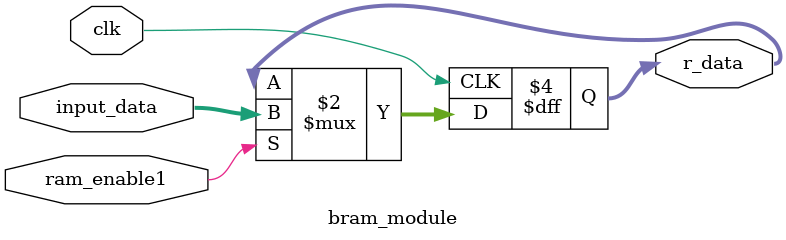
<source format=sv>
`timescale 1ns / 1ps

module bram_module(clk,input_data,ram_enable1,r_data);

	parameter tile = 32;
	parameter width = 16;
	
	output reg [width-1:0] r_data ;

	input bit clk;
	input [width-1:0] input_data; 
	input ram_enable1;

	always@(posedge clk)
	begin
		if(ram_enable1) begin
			r_data <= input_data;
		end
	end

endmodule


</source>
